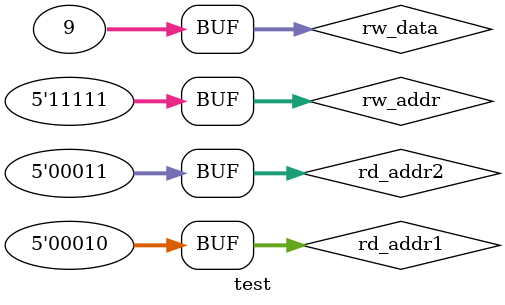
<source format=v>
module test ;

   reg   [4:0]rd_addr1,rd_addr2,rw_addr ;
  reg [31:0] rw_data ;
      wire  [31:0] rd_data1,rd_data2;

 Registor_Bank r(rd_addr1,rd_data1,rd_addr2,rd_data2,rw_addr,rw_data);

   initial begin
      rd_addr1=5'b00000 ;
      rd_addr2=5'b00001 ;
      #5 rd_addr1=5'b00010 ;
      rd_addr2=5'b00011 ;
      
      rw_addr=5'b11111;
      rw_data=32'h00000007 ;
       #5 rw_data=32'h00000008 ;
       #5 rw_data=32'h00000009 ;
   end

   initial begin
      r.Reg[0]=32'd0 ;
      r.Reg[1]=32'd2 ;
      r.Reg[2]=32'd3 ;
      r.Reg[3]=32'd4 ;
   end
   initial
     $monitor("Reg[31]=%d rd_data1=%d rd_data2=%d",r.Reg[31],rd_data1,rd_data2);
endmodule 
      
     
     

</source>
